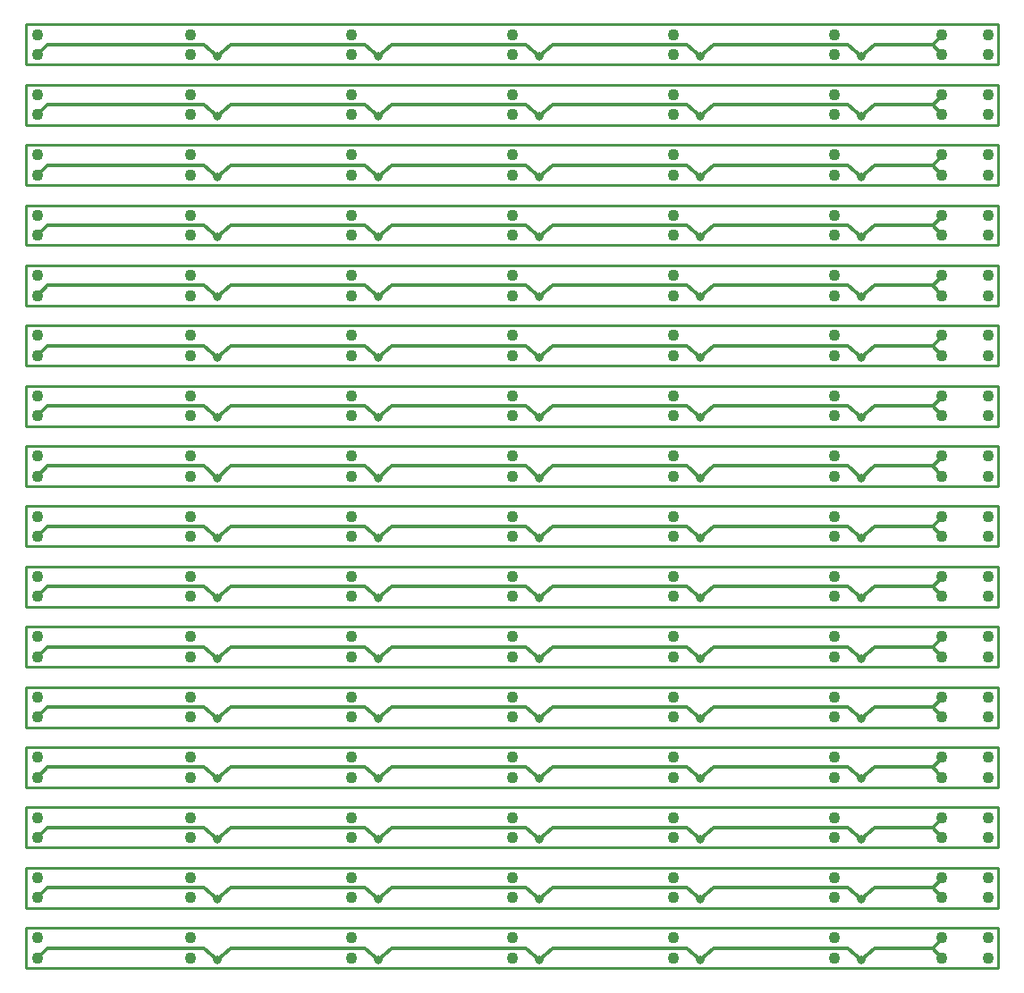
<source format=gbl>
G75*
G70*
%OFA0B0*%
%FSLAX25Y25*%
%IPPOS*%
%LPD*%
%AMOC8*
5,1,8,0,0,1.08239X$1,22.5*
%
%ADD11C,0.01000*%
%ADD14C,0.03170*%
%ADD15C,0.04300*%
%ADD17C,0.01200*%
X0010000Y0010000D02*
G75*
%LPD*%
D11*
X0010000Y0010000D02*
X0010000Y0024960D01*
X0372500Y0024960D01*
X0372500Y0010000D01*
X0010000Y0010000D01*
D15*
X0014380Y0013750D03*
X0071250Y0013750D03*
X0131250Y0013750D03*
X0191250Y0013750D03*
X0251250Y0013750D03*
X0311250Y0013750D03*
X0351250Y0013750D03*
X0368750Y0013750D03*
X0368750Y0021250D03*
X0351250Y0021250D03*
X0311250Y0021250D03*
X0251250Y0021250D03*
X0191250Y0021250D03*
X0131250Y0021250D03*
X0071250Y0021250D03*
X0014380Y0021250D03*
D14*
X0081250Y0013130D03*
X0141250Y0013130D03*
X0201250Y0013130D03*
X0261250Y0013130D03*
X0321250Y0013130D03*
D17*
X0326250Y0017500D01*
X0348130Y0017500D01*
X0351250Y0020630D01*
X0351250Y0021250D01*
X0348130Y0017500D02*
X0351250Y0013750D01*
X0321250Y0013130D02*
X0316250Y0017500D01*
X0266250Y0017500D01*
X0261250Y0013130D01*
X0256250Y0017500D01*
X0206250Y0017500D01*
X0201250Y0013130D01*
X0196250Y0017500D01*
X0146250Y0017500D01*
X0141250Y0013130D01*
X0136250Y0017500D01*
X0086250Y0017500D01*
X0081250Y0013130D01*
X0076250Y0017500D01*
X0018130Y0017500D01*
X0014380Y0013750D01*
X0010000Y0032460D02*
G75*
%LPD*%
D11*
X0010000Y0032460D02*
X0010000Y0047420D01*
X0372500Y0047420D01*
X0372500Y0032460D01*
X0010000Y0032460D01*
D15*
X0014380Y0036210D03*
X0071250Y0036210D03*
X0131250Y0036210D03*
X0191250Y0036210D03*
X0251250Y0036210D03*
X0311250Y0036210D03*
X0351250Y0036210D03*
X0368750Y0036210D03*
X0368750Y0043710D03*
X0351250Y0043710D03*
X0311250Y0043710D03*
X0251250Y0043710D03*
X0191250Y0043710D03*
X0131250Y0043710D03*
X0071250Y0043710D03*
X0014380Y0043710D03*
D14*
X0081250Y0035590D03*
X0141250Y0035590D03*
X0201250Y0035590D03*
X0261250Y0035590D03*
X0321250Y0035590D03*
D17*
X0326250Y0039960D01*
X0348130Y0039960D01*
X0351250Y0043090D01*
X0351250Y0043710D01*
X0348130Y0039960D02*
X0351250Y0036210D01*
X0321250Y0035590D02*
X0316250Y0039960D01*
X0266250Y0039960D01*
X0261250Y0035590D01*
X0256250Y0039960D01*
X0206250Y0039960D01*
X0201250Y0035590D01*
X0196250Y0039960D01*
X0146250Y0039960D01*
X0141250Y0035590D01*
X0136250Y0039960D01*
X0086250Y0039960D01*
X0081250Y0035590D01*
X0076250Y0039960D01*
X0018130Y0039960D01*
X0014380Y0036210D01*
X0010000Y0054920D02*
G75*
%LPD*%
D11*
X0010000Y0054920D02*
X0010000Y0069880D01*
X0372500Y0069880D01*
X0372500Y0054920D01*
X0010000Y0054920D01*
D15*
X0014380Y0058670D03*
X0071250Y0058670D03*
X0131250Y0058670D03*
X0191250Y0058670D03*
X0251250Y0058670D03*
X0311250Y0058670D03*
X0351250Y0058670D03*
X0368750Y0058670D03*
X0368750Y0066170D03*
X0351250Y0066170D03*
X0311250Y0066170D03*
X0251250Y0066170D03*
X0191250Y0066170D03*
X0131250Y0066170D03*
X0071250Y0066170D03*
X0014380Y0066170D03*
D14*
X0081250Y0058050D03*
X0141250Y0058050D03*
X0201250Y0058050D03*
X0261250Y0058050D03*
X0321250Y0058050D03*
D17*
X0326250Y0062420D01*
X0348130Y0062420D01*
X0351250Y0065550D01*
X0351250Y0066170D01*
X0348130Y0062420D02*
X0351250Y0058670D01*
X0321250Y0058050D02*
X0316250Y0062420D01*
X0266250Y0062420D01*
X0261250Y0058050D01*
X0256250Y0062420D01*
X0206250Y0062420D01*
X0201250Y0058050D01*
X0196250Y0062420D01*
X0146250Y0062420D01*
X0141250Y0058050D01*
X0136250Y0062420D01*
X0086250Y0062420D01*
X0081250Y0058050D01*
X0076250Y0062420D01*
X0018130Y0062420D01*
X0014380Y0058670D01*
X0010000Y0077380D02*
G75*
%LPD*%
D11*
X0010000Y0077380D02*
X0010000Y0092340D01*
X0372500Y0092340D01*
X0372500Y0077380D01*
X0010000Y0077380D01*
D15*
X0014380Y0081130D03*
X0071250Y0081130D03*
X0131250Y0081130D03*
X0191250Y0081130D03*
X0251250Y0081130D03*
X0311250Y0081130D03*
X0351250Y0081130D03*
X0368750Y0081130D03*
X0368750Y0088630D03*
X0351250Y0088630D03*
X0311250Y0088630D03*
X0251250Y0088630D03*
X0191250Y0088630D03*
X0131250Y0088630D03*
X0071250Y0088630D03*
X0014380Y0088630D03*
D14*
X0081250Y0080510D03*
X0141250Y0080510D03*
X0201250Y0080510D03*
X0261250Y0080510D03*
X0321250Y0080510D03*
D17*
X0326250Y0084880D01*
X0348130Y0084880D01*
X0351250Y0088010D01*
X0351250Y0088630D01*
X0348130Y0084880D02*
X0351250Y0081130D01*
X0321250Y0080510D02*
X0316250Y0084880D01*
X0266250Y0084880D01*
X0261250Y0080510D01*
X0256250Y0084880D01*
X0206250Y0084880D01*
X0201250Y0080510D01*
X0196250Y0084880D01*
X0146250Y0084880D01*
X0141250Y0080510D01*
X0136250Y0084880D01*
X0086250Y0084880D01*
X0081250Y0080510D01*
X0076250Y0084880D01*
X0018130Y0084880D01*
X0014380Y0081130D01*
X0010000Y0099840D02*
G75*
%LPD*%
D11*
X0010000Y0099840D02*
X0010000Y0114800D01*
X0372500Y0114800D01*
X0372500Y0099840D01*
X0010000Y0099840D01*
D15*
X0014380Y0103590D03*
X0071250Y0103590D03*
X0131250Y0103590D03*
X0191250Y0103590D03*
X0251250Y0103590D03*
X0311250Y0103590D03*
X0351250Y0103590D03*
X0368750Y0103590D03*
X0368750Y0111090D03*
X0351250Y0111090D03*
X0311250Y0111090D03*
X0251250Y0111090D03*
X0191250Y0111090D03*
X0131250Y0111090D03*
X0071250Y0111090D03*
X0014380Y0111090D03*
D14*
X0081250Y0102970D03*
X0141250Y0102970D03*
X0201250Y0102970D03*
X0261250Y0102970D03*
X0321250Y0102970D03*
D17*
X0326250Y0107340D01*
X0348130Y0107340D01*
X0351250Y0110470D01*
X0351250Y0111090D01*
X0348130Y0107340D02*
X0351250Y0103590D01*
X0321250Y0102970D02*
X0316250Y0107340D01*
X0266250Y0107340D01*
X0261250Y0102970D01*
X0256250Y0107340D01*
X0206250Y0107340D01*
X0201250Y0102970D01*
X0196250Y0107340D01*
X0146250Y0107340D01*
X0141250Y0102970D01*
X0136250Y0107340D01*
X0086250Y0107340D01*
X0081250Y0102970D01*
X0076250Y0107340D01*
X0018130Y0107340D01*
X0014380Y0103590D01*
X0010000Y0122300D02*
G75*
%LPD*%
D11*
X0010000Y0122300D02*
X0010000Y0137260D01*
X0372500Y0137260D01*
X0372500Y0122300D01*
X0010000Y0122300D01*
D15*
X0014380Y0126050D03*
X0071250Y0126050D03*
X0131250Y0126050D03*
X0191250Y0126050D03*
X0251250Y0126050D03*
X0311250Y0126050D03*
X0351250Y0126050D03*
X0368750Y0126050D03*
X0368750Y0133550D03*
X0351250Y0133550D03*
X0311250Y0133550D03*
X0251250Y0133550D03*
X0191250Y0133550D03*
X0131250Y0133550D03*
X0071250Y0133550D03*
X0014380Y0133550D03*
D14*
X0081250Y0125430D03*
X0141250Y0125430D03*
X0201250Y0125430D03*
X0261250Y0125430D03*
X0321250Y0125430D03*
D17*
X0326250Y0129800D01*
X0348130Y0129800D01*
X0351250Y0132930D01*
X0351250Y0133550D01*
X0348130Y0129800D02*
X0351250Y0126050D01*
X0321250Y0125430D02*
X0316250Y0129800D01*
X0266250Y0129800D01*
X0261250Y0125430D01*
X0256250Y0129800D01*
X0206250Y0129800D01*
X0201250Y0125430D01*
X0196250Y0129800D01*
X0146250Y0129800D01*
X0141250Y0125430D01*
X0136250Y0129800D01*
X0086250Y0129800D01*
X0081250Y0125430D01*
X0076250Y0129800D01*
X0018130Y0129800D01*
X0014380Y0126050D01*
X0010000Y0144760D02*
G75*
%LPD*%
D11*
X0010000Y0144760D02*
X0010000Y0159720D01*
X0372500Y0159720D01*
X0372500Y0144760D01*
X0010000Y0144760D01*
D15*
X0014380Y0148510D03*
X0071250Y0148510D03*
X0131250Y0148510D03*
X0191250Y0148510D03*
X0251250Y0148510D03*
X0311250Y0148510D03*
X0351250Y0148510D03*
X0368750Y0148510D03*
X0368750Y0156010D03*
X0351250Y0156010D03*
X0311250Y0156010D03*
X0251250Y0156010D03*
X0191250Y0156010D03*
X0131250Y0156010D03*
X0071250Y0156010D03*
X0014380Y0156010D03*
D14*
X0081250Y0147890D03*
X0141250Y0147890D03*
X0201250Y0147890D03*
X0261250Y0147890D03*
X0321250Y0147890D03*
D17*
X0326250Y0152260D01*
X0348130Y0152260D01*
X0351250Y0155390D01*
X0351250Y0156010D01*
X0348130Y0152260D02*
X0351250Y0148510D01*
X0321250Y0147890D02*
X0316250Y0152260D01*
X0266250Y0152260D01*
X0261250Y0147890D01*
X0256250Y0152260D01*
X0206250Y0152260D01*
X0201250Y0147890D01*
X0196250Y0152260D01*
X0146250Y0152260D01*
X0141250Y0147890D01*
X0136250Y0152260D01*
X0086250Y0152260D01*
X0081250Y0147890D01*
X0076250Y0152260D01*
X0018130Y0152260D01*
X0014380Y0148510D01*
X0010000Y0167220D02*
G75*
%LPD*%
D11*
X0010000Y0167220D02*
X0010000Y0182180D01*
X0372500Y0182180D01*
X0372500Y0167220D01*
X0010000Y0167220D01*
D15*
X0014380Y0170970D03*
X0071250Y0170970D03*
X0131250Y0170970D03*
X0191250Y0170970D03*
X0251250Y0170970D03*
X0311250Y0170970D03*
X0351250Y0170970D03*
X0368750Y0170970D03*
X0368750Y0178470D03*
X0351250Y0178470D03*
X0311250Y0178470D03*
X0251250Y0178470D03*
X0191250Y0178470D03*
X0131250Y0178470D03*
X0071250Y0178470D03*
X0014380Y0178470D03*
D14*
X0081250Y0170350D03*
X0141250Y0170350D03*
X0201250Y0170350D03*
X0261250Y0170350D03*
X0321250Y0170350D03*
D17*
X0326250Y0174720D01*
X0348130Y0174720D01*
X0351250Y0177850D01*
X0351250Y0178470D01*
X0348130Y0174720D02*
X0351250Y0170970D01*
X0321250Y0170350D02*
X0316250Y0174720D01*
X0266250Y0174720D01*
X0261250Y0170350D01*
X0256250Y0174720D01*
X0206250Y0174720D01*
X0201250Y0170350D01*
X0196250Y0174720D01*
X0146250Y0174720D01*
X0141250Y0170350D01*
X0136250Y0174720D01*
X0086250Y0174720D01*
X0081250Y0170350D01*
X0076250Y0174720D01*
X0018130Y0174720D01*
X0014380Y0170970D01*
X0010000Y0189680D02*
G75*
%LPD*%
D11*
X0010000Y0189680D02*
X0010000Y0204640D01*
X0372500Y0204640D01*
X0372500Y0189680D01*
X0010000Y0189680D01*
D15*
X0014380Y0193430D03*
X0071250Y0193430D03*
X0131250Y0193430D03*
X0191250Y0193430D03*
X0251250Y0193430D03*
X0311250Y0193430D03*
X0351250Y0193430D03*
X0368750Y0193430D03*
X0368750Y0200930D03*
X0351250Y0200930D03*
X0311250Y0200930D03*
X0251250Y0200930D03*
X0191250Y0200930D03*
X0131250Y0200930D03*
X0071250Y0200930D03*
X0014380Y0200930D03*
D14*
X0081250Y0192810D03*
X0141250Y0192810D03*
X0201250Y0192810D03*
X0261250Y0192810D03*
X0321250Y0192810D03*
D17*
X0326250Y0197180D01*
X0348130Y0197180D01*
X0351250Y0200310D01*
X0351250Y0200930D01*
X0348130Y0197180D02*
X0351250Y0193430D01*
X0321250Y0192810D02*
X0316250Y0197180D01*
X0266250Y0197180D01*
X0261250Y0192810D01*
X0256250Y0197180D01*
X0206250Y0197180D01*
X0201250Y0192810D01*
X0196250Y0197180D01*
X0146250Y0197180D01*
X0141250Y0192810D01*
X0136250Y0197180D01*
X0086250Y0197180D01*
X0081250Y0192810D01*
X0076250Y0197180D01*
X0018130Y0197180D01*
X0014380Y0193430D01*
X0010000Y0212140D02*
G75*
%LPD*%
D11*
X0010000Y0212140D02*
X0010000Y0227100D01*
X0372500Y0227100D01*
X0372500Y0212140D01*
X0010000Y0212140D01*
D15*
X0014380Y0215890D03*
X0071250Y0215890D03*
X0131250Y0215890D03*
X0191250Y0215890D03*
X0251250Y0215890D03*
X0311250Y0215890D03*
X0351250Y0215890D03*
X0368750Y0215890D03*
X0368750Y0223390D03*
X0351250Y0223390D03*
X0311250Y0223390D03*
X0251250Y0223390D03*
X0191250Y0223390D03*
X0131250Y0223390D03*
X0071250Y0223390D03*
X0014380Y0223390D03*
D14*
X0081250Y0215270D03*
X0141250Y0215270D03*
X0201250Y0215270D03*
X0261250Y0215270D03*
X0321250Y0215270D03*
D17*
X0326250Y0219640D01*
X0348130Y0219640D01*
X0351250Y0222770D01*
X0351250Y0223390D01*
X0348130Y0219640D02*
X0351250Y0215890D01*
X0321250Y0215270D02*
X0316250Y0219640D01*
X0266250Y0219640D01*
X0261250Y0215270D01*
X0256250Y0219640D01*
X0206250Y0219640D01*
X0201250Y0215270D01*
X0196250Y0219640D01*
X0146250Y0219640D01*
X0141250Y0215270D01*
X0136250Y0219640D01*
X0086250Y0219640D01*
X0081250Y0215270D01*
X0076250Y0219640D01*
X0018130Y0219640D01*
X0014380Y0215890D01*
X0010000Y0234600D02*
G75*
%LPD*%
D11*
X0010000Y0234600D02*
X0010000Y0249560D01*
X0372500Y0249560D01*
X0372500Y0234600D01*
X0010000Y0234600D01*
D15*
X0014380Y0238350D03*
X0071250Y0238350D03*
X0131250Y0238350D03*
X0191250Y0238350D03*
X0251250Y0238350D03*
X0311250Y0238350D03*
X0351250Y0238350D03*
X0368750Y0238350D03*
X0368750Y0245850D03*
X0351250Y0245850D03*
X0311250Y0245850D03*
X0251250Y0245850D03*
X0191250Y0245850D03*
X0131250Y0245850D03*
X0071250Y0245850D03*
X0014380Y0245850D03*
D14*
X0081250Y0237730D03*
X0141250Y0237730D03*
X0201250Y0237730D03*
X0261250Y0237730D03*
X0321250Y0237730D03*
D17*
X0326250Y0242100D01*
X0348130Y0242100D01*
X0351250Y0245230D01*
X0351250Y0245850D01*
X0348130Y0242100D02*
X0351250Y0238350D01*
X0321250Y0237730D02*
X0316250Y0242100D01*
X0266250Y0242100D01*
X0261250Y0237730D01*
X0256250Y0242100D01*
X0206250Y0242100D01*
X0201250Y0237730D01*
X0196250Y0242100D01*
X0146250Y0242100D01*
X0141250Y0237730D01*
X0136250Y0242100D01*
X0086250Y0242100D01*
X0081250Y0237730D01*
X0076250Y0242100D01*
X0018130Y0242100D01*
X0014380Y0238350D01*
X0010000Y0257060D02*
G75*
%LPD*%
D11*
X0010000Y0257060D02*
X0010000Y0272020D01*
X0372500Y0272020D01*
X0372500Y0257060D01*
X0010000Y0257060D01*
D15*
X0014380Y0260810D03*
X0071250Y0260810D03*
X0131250Y0260810D03*
X0191250Y0260810D03*
X0251250Y0260810D03*
X0311250Y0260810D03*
X0351250Y0260810D03*
X0368750Y0260810D03*
X0368750Y0268310D03*
X0351250Y0268310D03*
X0311250Y0268310D03*
X0251250Y0268310D03*
X0191250Y0268310D03*
X0131250Y0268310D03*
X0071250Y0268310D03*
X0014380Y0268310D03*
D14*
X0081250Y0260190D03*
X0141250Y0260190D03*
X0201250Y0260190D03*
X0261250Y0260190D03*
X0321250Y0260190D03*
D17*
X0326250Y0264560D01*
X0348130Y0264560D01*
X0351250Y0267690D01*
X0351250Y0268310D01*
X0348130Y0264560D02*
X0351250Y0260810D01*
X0321250Y0260190D02*
X0316250Y0264560D01*
X0266250Y0264560D01*
X0261250Y0260190D01*
X0256250Y0264560D01*
X0206250Y0264560D01*
X0201250Y0260190D01*
X0196250Y0264560D01*
X0146250Y0264560D01*
X0141250Y0260190D01*
X0136250Y0264560D01*
X0086250Y0264560D01*
X0081250Y0260190D01*
X0076250Y0264560D01*
X0018130Y0264560D01*
X0014380Y0260810D01*
X0010000Y0279520D02*
G75*
%LPD*%
D11*
X0010000Y0279520D02*
X0010000Y0294480D01*
X0372500Y0294480D01*
X0372500Y0279520D01*
X0010000Y0279520D01*
D15*
X0014380Y0283270D03*
X0071250Y0283270D03*
X0131250Y0283270D03*
X0191250Y0283270D03*
X0251250Y0283270D03*
X0311250Y0283270D03*
X0351250Y0283270D03*
X0368750Y0283270D03*
X0368750Y0290770D03*
X0351250Y0290770D03*
X0311250Y0290770D03*
X0251250Y0290770D03*
X0191250Y0290770D03*
X0131250Y0290770D03*
X0071250Y0290770D03*
X0014380Y0290770D03*
D14*
X0081250Y0282650D03*
X0141250Y0282650D03*
X0201250Y0282650D03*
X0261250Y0282650D03*
X0321250Y0282650D03*
D17*
X0326250Y0287020D01*
X0348130Y0287020D01*
X0351250Y0290150D01*
X0351250Y0290770D01*
X0348130Y0287020D02*
X0351250Y0283270D01*
X0321250Y0282650D02*
X0316250Y0287020D01*
X0266250Y0287020D01*
X0261250Y0282650D01*
X0256250Y0287020D01*
X0206250Y0287020D01*
X0201250Y0282650D01*
X0196250Y0287020D01*
X0146250Y0287020D01*
X0141250Y0282650D01*
X0136250Y0287020D01*
X0086250Y0287020D01*
X0081250Y0282650D01*
X0076250Y0287020D01*
X0018130Y0287020D01*
X0014380Y0283270D01*
X0010000Y0301980D02*
G75*
%LPD*%
D11*
X0010000Y0301980D02*
X0010000Y0316940D01*
X0372500Y0316940D01*
X0372500Y0301980D01*
X0010000Y0301980D01*
D15*
X0014380Y0305730D03*
X0071250Y0305730D03*
X0131250Y0305730D03*
X0191250Y0305730D03*
X0251250Y0305730D03*
X0311250Y0305730D03*
X0351250Y0305730D03*
X0368750Y0305730D03*
X0368750Y0313230D03*
X0351250Y0313230D03*
X0311250Y0313230D03*
X0251250Y0313230D03*
X0191250Y0313230D03*
X0131250Y0313230D03*
X0071250Y0313230D03*
X0014380Y0313230D03*
D14*
X0081250Y0305110D03*
X0141250Y0305110D03*
X0201250Y0305110D03*
X0261250Y0305110D03*
X0321250Y0305110D03*
D17*
X0326250Y0309480D01*
X0348130Y0309480D01*
X0351250Y0312610D01*
X0351250Y0313230D01*
X0348130Y0309480D02*
X0351250Y0305730D01*
X0321250Y0305110D02*
X0316250Y0309480D01*
X0266250Y0309480D01*
X0261250Y0305110D01*
X0256250Y0309480D01*
X0206250Y0309480D01*
X0201250Y0305110D01*
X0196250Y0309480D01*
X0146250Y0309480D01*
X0141250Y0305110D01*
X0136250Y0309480D01*
X0086250Y0309480D01*
X0081250Y0305110D01*
X0076250Y0309480D01*
X0018130Y0309480D01*
X0014380Y0305730D01*
X0010000Y0324440D02*
G75*
%LPD*%
D11*
X0010000Y0324440D02*
X0010000Y0339400D01*
X0372500Y0339400D01*
X0372500Y0324440D01*
X0010000Y0324440D01*
D15*
X0014380Y0328190D03*
X0071250Y0328190D03*
X0131250Y0328190D03*
X0191250Y0328190D03*
X0251250Y0328190D03*
X0311250Y0328190D03*
X0351250Y0328190D03*
X0368750Y0328190D03*
X0368750Y0335690D03*
X0351250Y0335690D03*
X0311250Y0335690D03*
X0251250Y0335690D03*
X0191250Y0335690D03*
X0131250Y0335690D03*
X0071250Y0335690D03*
X0014380Y0335690D03*
D14*
X0081250Y0327570D03*
X0141250Y0327570D03*
X0201250Y0327570D03*
X0261250Y0327570D03*
X0321250Y0327570D03*
D17*
X0326250Y0331940D01*
X0348130Y0331940D01*
X0351250Y0335070D01*
X0351250Y0335690D01*
X0348130Y0331940D02*
X0351250Y0328190D01*
X0321250Y0327570D02*
X0316250Y0331940D01*
X0266250Y0331940D01*
X0261250Y0327570D01*
X0256250Y0331940D01*
X0206250Y0331940D01*
X0201250Y0327570D01*
X0196250Y0331940D01*
X0146250Y0331940D01*
X0141250Y0327570D01*
X0136250Y0331940D01*
X0086250Y0331940D01*
X0081250Y0327570D01*
X0076250Y0331940D01*
X0018130Y0331940D01*
X0014380Y0328190D01*
X0010000Y0346900D02*
G75*
%LPD*%
D11*
X0010000Y0346900D02*
X0010000Y0361860D01*
X0372500Y0361860D01*
X0372500Y0346900D01*
X0010000Y0346900D01*
D15*
X0014380Y0350650D03*
X0071250Y0350650D03*
X0131250Y0350650D03*
X0191250Y0350650D03*
X0251250Y0350650D03*
X0311250Y0350650D03*
X0351250Y0350650D03*
X0368750Y0350650D03*
X0368750Y0358150D03*
X0351250Y0358150D03*
X0311250Y0358150D03*
X0251250Y0358150D03*
X0191250Y0358150D03*
X0131250Y0358150D03*
X0071250Y0358150D03*
X0014380Y0358150D03*
D14*
X0081250Y0350030D03*
X0141250Y0350030D03*
X0201250Y0350030D03*
X0261250Y0350030D03*
X0321250Y0350030D03*
D17*
X0326250Y0354400D01*
X0348130Y0354400D01*
X0351250Y0357530D01*
X0351250Y0358150D01*
X0348130Y0354400D02*
X0351250Y0350650D01*
X0321250Y0350030D02*
X0316250Y0354400D01*
X0266250Y0354400D01*
X0261250Y0350030D01*
X0256250Y0354400D01*
X0206250Y0354400D01*
X0201250Y0350030D01*
X0196250Y0354400D01*
X0146250Y0354400D01*
X0141250Y0350030D01*
X0136250Y0354400D01*
X0086250Y0354400D01*
X0081250Y0350030D01*
X0076250Y0354400D01*
X0018130Y0354400D01*
X0014380Y0350650D01*
M02*

</source>
